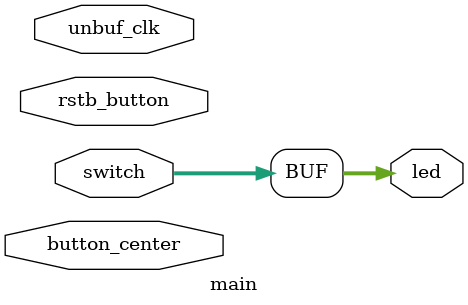
<source format=v>
`timescale 1ns / 1ps
`default_nettype none //helps catch typo-related bugs

module main(switch, led, rstb_button, unbuf_clk, button_center);

	//port definitions
	input wire [7:0] switch;
	input wire rstb_button, unbuf_clk, button_center;
	output wire [7:0] led;
	
	wire cclk, rstb, rst, button_center_db;
	
	reg [1:0] ctr;
	
	clock_generator CLOCK_GEN (.clk_100M_raw(unbuf_clk),.clk_100M(cclk));
	
	// debounce any changes lasting less than 100ms
	debouncer #(.CYCLES(10_000_000),.RESET_VALUE(1'b0),.COUNTER_WIDTH(32)) DEBOUNCE_RSTB (
		.clk(cclk),.rst(1'b0),.bouncy(rstb_button),.debounced(rstb));
	debouncer #(.CYCLES(10_000_000),.RESET_VALUE(1'b0),.COUNTER_WIDTH(32)) DEBOUNCE_CENTB (
		.clk(cclk),.rst(1'b0),.bouncy(button_center),.debounced(button_center_db));
		
	assign rst = ~rstb;
	assign led = switch; // you'll want to change this!
	
	led_switch_driver LS_DRIVER (.button_center_db(button_center_db), .rst(rst), .ctr(ctr));
	
endmodule
`default_nettype wire //some Xilinx IP requires that the default_nettype be set to wire

</source>
